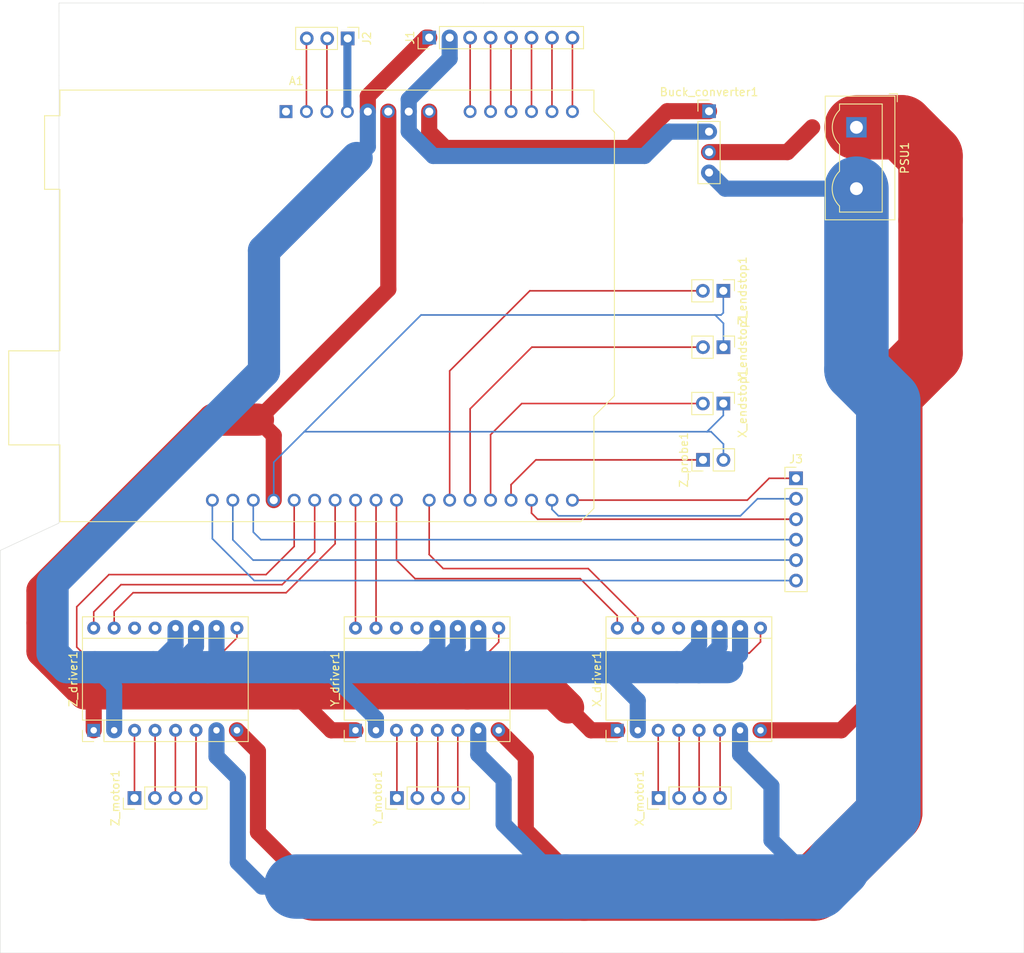
<source format=kicad_pcb>
(kicad_pcb (version 20241229) (generator "pcbnew") (generator_version "9.0")
  (layers (0 "F.Cu" signal) (2 "B.Cu" signal) (13 "F.Paste" user) (15 "B.Paste" user) (5 "F.SilkS" user "F.Silkscreen") (7 "B.SilkS" user "B.Silkscreen") (1 "F.Mask" user) (3 "B.Mask" user) (25 "Edge.Cuts" user))
  (net 0 "")
  (net 1 "Net-(A1-D7)")
  (net 2 "GND")
  (net 3 "Net-(A1-D12)")
  (net 4 "Enable")
  (net 5 "+5V")
  (net 6 "Net-(A1-D10)")
  (net 7 "Net-(A1-D6)")
  (net 8 "Net-(A1-D11)")
  (net 9 "Net-(A1-D5)")
  (net 10 "Net-(A1-D4)")
  (net 11 "Net-(A1-D3)")
  (net 12 "Net-(A1-D8)")
  (net 13 "Net-(A1-D9)")
  (net 15 "+24V")
  (net 16 "Net-(X_driver1-2B)")
  (net 18 "Net-(X_driver1-1B)")
  (net 19 "Net-(X_driver1-1A)")
  (net 21 "Net-(X_driver1-2A)")
  (net 24 "Net-(Y_driver1-1B)")
  (net 25 "Net-(Y_driver1-1A)")
  (net 26 "Net-(Y_driver1-2A)")
  (net 27 "Net-(Y_driver1-2B)")
  (net 28 "Net-(Z_driver1-2A)")
  (net 29 "Net-(Z_driver1-2B)")
  (net 31 "Net-(Z_driver1-1B)")
  (net 32 "Net-(Z_driver1-1A)")
  (net 34 "+9V")
  (net 35 "Net-(A1-D0{slash}RX)")
  (net 36 "Net-(J1-Pin_7)")
  (net 37 "Net-(A1-3V3)")
  (net 38 "Net-(A1-D1{slash}TX)")
  (net 39 "Net-(A1-A1)")
  (net 40 "Net-(A1-~{RESET})")
  (net 41 "Net-(J1-Pin_8)")
  (net 42 "Net-(A1-AREF)")
  (net 43 "Net-(A1-D2)")
  (net 44 "Net-(A1-A0)")
  (net 45 "Net-(A1-IOREF)")
  (net 46 "Net-(J3-Pin_6)")
  (net 47 "Net-(A1-A2)")
  (net 48 "Net-(J3-Pin_5)")
  (net 49 "Net-(A1-A3)")
  (footprint "Module:Pololu_Breakout-16_15.2x20.3mm" (layer "F.Cu") (at 124.11 124.34 90)
    (property "Reference" "Y_driver1" (at 6.35 -2.54 90) (layer "F.SilkS"))
    (property "Value" "Pololu_Breakout_A4988")
    (pad "1" thru_hole rect (at 0 0 90) (size 1.6 1.6) (drill 0.8) (layers "*.Cu" "*.Mask") (net 2 "GND"))
    (pad "2" thru_hole oval (at 0 2.54 90) (size 1.6 1.6) (drill 0.8) (layers "*.Cu" "*.Mask") (net 5 "+5V"))
    (pad "3" thru_hole oval (at 0 5.08 90) (size 1.6 1.6) (drill 0.8) (layers "*.Cu" "*.Mask") (net 24 "Net-(Y_driver1-1B)"))
    (pad "4" thru_hole oval (at 0 7.62 90) (size 1.6 1.6) (drill 0.8) (layers "*.Cu" "*.Mask") (net 25 "Net-(Y_driver1-1A)"))
    (pad "5" thru_hole oval (at 0 10.16 90) (size 1.6 1.6) (drill 0.8) (layers "*.Cu" "*.Mask") (net 26 "Net-(Y_driver1-2A)"))
    (pad "6" thru_hole oval (at 0 12.7 90) (size 1.6 1.6) (drill 0.8) (layers "*.Cu" "*.Mask") (net 27 "Net-(Y_driver1-2B)"))
    (pad "7" thru_hole oval (at 0 15.24 90) (size 1.6 1.6) (drill 0.8) (layers "*.Cu" "*.Mask") (net 2 "GND"))
    (pad "8" thru_hole oval (at 0 17.78 90) (size 1.6 1.6) (drill 0.8) (layers "*.Cu" "*.Mask") (net 15 "+24V"))
    (pad "9" thru_hole oval (at 12.7 17.78 90) (size 1.6 1.6) (drill 0.8) (layers "*.Cu" "*.Mask") (net 4 "Enable"))
    (pad "10" thru_hole oval (at 12.7 15.24 90) (size 1.6 1.6) (drill 0.8) (layers "*.Cu" "*.Mask") (net 5 "+5V"))
    (pad "11" thru_hole oval (at 12.7 12.7 90) (size 1.6 1.6) (drill 0.8) (layers "*.Cu" "*.Mask") (net 5 "+5V"))
    (pad "12" thru_hole oval (at 12.7 10.16 90) (size 1.6 1.6) (drill 0.8) (layers "*.Cu" "*.Mask") (net 5 "+5V"))
    (pad "13" thru_hole oval (at 12.7 7.62 90) (size 1.6 1.6) (drill 0.8) (layers "*.Cu" "*.Mask"))
    (pad "14" thru_hole oval (at 12.7 5.08 90) (size 1.6 1.6) (drill 0.8) (layers "*.Cu" "*.Mask"))
    (pad "15" thru_hole oval (at 12.7 2.54 90) (size 1.6 1.6) (drill 0.8) (layers "*.Cu" "*.Mask") (net 13 "Net-(A1-D9)"))
    (pad "16" thru_hole oval (at 12.7 0 90) (size 1.6 1.6) (drill 0.8) (layers "*.Cu" "*.Mask") (net 6 "Net-(A1-D10)"))
  )
  (footprint "Connector_PinHeader_2.54mm:PinHeader_1x04_P2.54mm_Vertical" (layer "F.Cu") (at 129.25 132.75 90)
    (property "Reference" "Y_motor1" (at 0 -2.38 90) (layer "F.SilkS"))
    (property "Value" "Conn_01x04")
    (pad "1" thru_hole rect (at 0 0 90) (size 1.7 1.7) (drill 1) (layers "*.Cu" "*.Mask") (net 24 "Net-(Y_driver1-1B)"))
    (pad "2" thru_hole circle (at 0 2.54 90) (size 1.7 1.7) (drill 1) (layers "*.Cu" "*.Mask") (net 25 "Net-(Y_driver1-1A)"))
    (pad "3" thru_hole circle (at 0 5.08 90) (size 1.7 1.7) (drill 1) (layers "*.Cu" "*.Mask") (net 26 "Net-(Y_driver1-2A)"))
    (pad "4" thru_hole circle (at 0 7.62 90) (size 1.7 1.7) (drill 1) (layers "*.Cu" "*.Mask") (net 27 "Net-(Y_driver1-2B)"))
  )
  (footprint "Module:Arduino_UNO_R3" (layer "F.Cu") (at 115.48 47.49)
    (property "Reference" "A1" (at 1.27 -3.81 180) (layer "F.SilkS"))
    (property "Value" "Arduino_UNO_R3")
    (pad "1" thru_hole rect (at 0 0 90) (size 1.6 1.6) (drill 1) (layers "*.Cu" "*.Mask"))
    (pad "2" thru_hole oval (at 2.54 0 90) (size 1.6 1.6) (drill 1) (layers "*.Cu" "*.Mask") (net 45 "Net-(A1-IOREF)"))
    (pad "3" thru_hole oval (at 5.08 0 90) (size 1.6 1.6) (drill 1) (layers "*.Cu" "*.Mask") (net 40 "Net-(A1-~{RESET})"))
    (pad "4" thru_hole oval (at 7.62 0 90) (size 1.6 1.6) (drill 1) (layers "*.Cu" "*.Mask") (net 37 "Net-(A1-3V3)"))
    (pad "5" thru_hole oval (at 10.16 0 90) (size 1.6 1.6) (drill 1) (layers "*.Cu" "*.Mask") (net 5 "+5V"))
    (pad "6" thru_hole oval (at 12.7 0 90) (size 1.6 1.6) (drill 1) (layers "*.Cu" "*.Mask") (net 2 "GND"))
    (pad "7" thru_hole oval (at 15.24 0 90) (size 1.6 1.6) (drill 1) (layers "*.Cu" "*.Mask") (net 2 "GND"))
    (pad "8" thru_hole oval (at 17.78 0 90) (size 1.6 1.6) (drill 1) (layers "*.Cu" "*.Mask") (net 34 "+9V"))
    (pad "9" thru_hole oval (at 22.86 0 90) (size 1.6 1.6) (drill 1) (layers "*.Cu" "*.Mask") (net 44 "Net-(A1-A0)"))
    (pad "10" thru_hole oval (at 25.4 0 90) (size 1.6 1.6) (drill 1) (layers "*.Cu" "*.Mask") (net 39 "Net-(A1-A1)"))
    (pad "11" thru_hole oval (at 27.94 0 90) (size 1.6 1.6) (drill 1) (layers "*.Cu" "*.Mask") (net 47 "Net-(A1-A2)"))
    (pad "12" thru_hole oval (at 30.48 0 90) (size 1.6 1.6) (drill 1) (layers "*.Cu" "*.Mask") (net 49 "Net-(A1-A3)"))
    (pad "13" thru_hole oval (at 33.02 0 90) (size 1.6 1.6) (drill 1) (layers "*.Cu" "*.Mask") (net 36 "Net-(J1-Pin_7)"))
    (pad "14" thru_hole oval (at 35.56 0 90) (size 1.6 1.6) (drill 1) (layers "*.Cu" "*.Mask") (net 41 "Net-(J1-Pin_8)"))
    (pad "15" thru_hole oval (at 35.56 48.26 90) (size 1.6 1.6) (drill 1) (layers "*.Cu" "*.Mask") (net 35 "Net-(A1-D0{slash}RX)"))
    (pad "16" thru_hole oval (at 33.02 48.26 90) (size 1.6 1.6) (drill 1) (layers "*.Cu" "*.Mask") (net 38 "Net-(A1-D1{slash}TX)"))
    (pad "17" thru_hole oval (at 30.48 48.26 90) (size 1.6 1.6) (drill 1) (layers "*.Cu" "*.Mask") (net 43 "Net-(A1-D2)"))
    (pad "18" thru_hole oval (at 27.94 48.26 90) (size 1.6 1.6) (drill 1) (layers "*.Cu" "*.Mask") (net 11 "Net-(A1-D3)"))
    (pad "19" thru_hole oval (at 25.4 48.26 90) (size 1.6 1.6) (drill 1) (layers "*.Cu" "*.Mask") (net 10 "Net-(A1-D4)"))
    (pad "20" thru_hole oval (at 22.86 48.26 90) (size 1.6 1.6) (drill 1) (layers "*.Cu" "*.Mask") (net 9 "Net-(A1-D5)"))
    (pad "21" thru_hole oval (at 20.32 48.26 90) (size 1.6 1.6) (drill 1) (layers "*.Cu" "*.Mask") (net 7 "Net-(A1-D6)"))
    (pad "22" thru_hole oval (at 17.78 48.26 90) (size 1.6 1.6) (drill 1) (layers "*.Cu" "*.Mask") (net 1 "Net-(A1-D7)"))
    (pad "23" thru_hole oval (at 13.72 48.26 90) (size 1.6 1.6) (drill 1) (layers "*.Cu" "*.Mask") (net 12 "Net-(A1-D8)"))
    (pad "24" thru_hole oval (at 11.18 48.26 90) (size 1.6 1.6) (drill 1) (layers "*.Cu" "*.Mask") (net 13 "Net-(A1-D9)"))
    (pad "25" thru_hole oval (at 8.64 48.26 90) (size 1.6 1.6) (drill 1) (layers "*.Cu" "*.Mask") (net 6 "Net-(A1-D10)"))
    (pad "26" thru_hole oval (at 6.1 48.26 90) (size 1.6 1.6) (drill 1) (layers "*.Cu" "*.Mask") (net 8 "Net-(A1-D11)"))
    (pad "27" thru_hole oval (at 3.56 48.26 90) (size 1.6 1.6) (drill 1) (layers "*.Cu" "*.Mask") (net 3 "Net-(A1-D12)"))
    (pad "28" thru_hole oval (at 1.02 48.26 90) (size 1.6 1.6) (drill 1) (layers "*.Cu" "*.Mask") (net 4 "Enable"))
    (pad "29" thru_hole oval (at -1.52 48.26 90) (size 1.6 1.6) (drill 1) (layers "*.Cu" "*.Mask") (net 2 "GND"))
    (pad "30" thru_hole oval (at -4.06 48.26 90) (size 1.6 1.6) (drill 1) (layers "*.Cu" "*.Mask") (net 42 "Net-(A1-AREF)"))
    (pad "31" thru_hole oval (at -6.6 48.26 90) (size 1.6 1.6) (drill 1) (layers "*.Cu" "*.Mask") (net 48 "Net-(J3-Pin_5)"))
    (pad "32" thru_hole oval (at -9.14 48.26 90) (size 1.6 1.6) (drill 1) (layers "*.Cu" "*.Mask") (net 46 "Net-(J3-Pin_6)"))
  )
  (footprint "Connector_PinHeader_2.54mm:PinHeader_1x04_P2.54mm_Vertical" (layer "F.Cu") (at 161.75 132.75 90)
    (property "Reference" "X_motor1" (at 0 -2.38 90) (layer "F.SilkS"))
    (property "Value" "Conn_01x04")
    (pad "1" thru_hole rect (at 0 0 90) (size 1.7 1.7) (drill 1) (layers "*.Cu" "*.Mask") (net 18 "Net-(X_driver1-1B)"))
    (pad "2" thru_hole circle (at 0 2.54 90) (size 1.7 1.7) (drill 1) (layers "*.Cu" "*.Mask") (net 19 "Net-(X_driver1-1A)"))
    (pad "3" thru_hole circle (at 0 5.08 90) (size 1.7 1.7) (drill 1) (layers "*.Cu" "*.Mask") (net 21 "Net-(X_driver1-2A)"))
    (pad "4" thru_hole circle (at 0 7.62 90) (size 1.7 1.7) (drill 1) (layers "*.Cu" "*.Mask") (net 16 "Net-(X_driver1-2B)"))
  )
  (footprint "Connector_PinHeader_2.54mm:PinHeader_1x02_P2.54mm_Vertical" (layer "F.Cu") (at 169.775 83.75 -90)
    (property "Reference" "X_endstop1" (at 0 -2.38 90) (layer "F.SilkS"))
    (property "Value" "Conn_01x02")
    (pad "1" thru_hole rect (at 0 0 270) (size 1.7 1.7) (drill 1) (layers "*.Cu" "*.Mask") (net 2 "GND"))
    (pad "2" thru_hole circle (at 0 2.54 270) (size 1.7 1.7) (drill 1) (layers "*.Cu" "*.Mask") (net 10 "Net-(A1-D4)"))
  )
  (footprint "Module:Pololu_Breakout-16_15.2x20.3mm" (layer "F.Cu") (at 156.61 124.34 90)
    (property "Reference" "X_driver1" (at 6.35 -2.54 90) (layer "F.SilkS"))
    (property "Value" "Pololu_Breakout_A4988")
    (pad "1" thru_hole rect (at 0 0 90) (size 1.6 1.6) (drill 0.8) (layers "*.Cu" "*.Mask") (net 2 "GND"))
    (pad "2" thru_hole oval (at 0 2.54 90) (size 1.6 1.6) (drill 0.8) (layers "*.Cu" "*.Mask") (net 5 "+5V"))
    (pad "3" thru_hole oval (at 0 5.08 90) (size 1.6 1.6) (drill 0.8) (layers "*.Cu" "*.Mask") (net 18 "Net-(X_driver1-1B)"))
    (pad "4" thru_hole oval (at 0 7.62 90) (size 1.6 1.6) (drill 0.8) (layers "*.Cu" "*.Mask") (net 19 "Net-(X_driver1-1A)"))
    (pad "5" thru_hole oval (at 0 10.16 90) (size 1.6 1.6) (drill 0.8) (layers "*.Cu" "*.Mask") (net 21 "Net-(X_driver1-2A)"))
    (pad "6" thru_hole oval (at 0 12.7 90) (size 1.6 1.6) (drill 0.8) (layers "*.Cu" "*.Mask") (net 16 "Net-(X_driver1-2B)"))
    (pad "7" thru_hole oval (at 0 15.24 90) (size 1.6 1.6) (drill 0.8) (layers "*.Cu" "*.Mask") (net 2 "GND"))
    (pad "8" thru_hole oval (at 0 17.78 90) (size 1.6 1.6) (drill 0.8) (layers "*.Cu" "*.Mask") (net 15 "+24V"))
    (pad "9" thru_hole oval (at 12.7 17.78 90) (size 1.6 1.6) (drill 0.8) (layers "*.Cu" "*.Mask") (net 4 "Enable"))
    (pad "10" thru_hole oval (at 12.7 15.24 90) (size 1.6 1.6) (drill 0.8) (layers "*.Cu" "*.Mask") (net 5 "+5V"))
    (pad "11" thru_hole oval (at 12.7 12.7 90) (size 1.6 1.6) (drill 0.8) (layers "*.Cu" "*.Mask") (net 5 "+5V"))
    (pad "12" thru_hole oval (at 12.7 10.16 90) (size 1.6 1.6) (drill 0.8) (layers "*.Cu" "*.Mask") (net 5 "+5V"))
    (pad "13" thru_hole oval (at 12.7 7.62 90) (size 1.6 1.6) (drill 0.8) (layers "*.Cu" "*.Mask"))
    (pad "14" thru_hole oval (at 12.7 5.08 90) (size 1.6 1.6) (drill 0.8) (layers "*.Cu" "*.Mask"))
    (pad "15" thru_hole oval (at 12.7 2.54 90) (size 1.6 1.6) (drill 0.8) (layers "*.Cu" "*.Mask") (net 1 "Net-(A1-D7)"))
    (pad "16" thru_hole oval (at 12.7 0 90) (size 1.6 1.6) (drill 0.8) (layers "*.Cu" "*.Mask") (net 12 "Net-(A1-D8)"))
  )
  (footprint "Connector_PinHeader_2.54mm:PinHeader_1x04_P2.54mm_Vertical" (layer "F.Cu") (at 168 47.44)
    (property "Reference" "Buck_converter1" (at 0 -2.38 0) (layer "F.SilkS"))
    (property "Value" "Conn_01x04")
    (pad "1" thru_hole rect (at 0 0) (size 1.7 1.7) (drill 1) (layers "*.Cu" "*.Mask") (net 34 "+9V"))
    (pad "2" thru_hole circle (at 0 2.54) (size 1.7 1.7) (drill 1) (layers "*.Cu" "*.Mask") (net 2 "GND"))
    (pad "3" thru_hole circle (at 0 5.08) (size 1.7 1.7) (drill 1) (layers "*.Cu" "*.Mask") (net 15 "+24V"))
    (pad "4" thru_hole circle (at 0 7.62) (size 1.7 1.7) (drill 1) (layers "*.Cu" "*.Mask") (net 2 "GND"))
  )
  (footprint "Connector_PinHeader_2.54mm:PinHeader_1x04_P2.54mm_Vertical" (layer "F.Cu") (at 96.67 132.75 90)
    (property "Reference" "Z_motor1" (at 0 -2.38 90) (layer "F.SilkS"))
    (property "Value" "Conn_01x04" (hide yes))
    (pad "1" thru_hole rect (at 0 0 90) (size 1.7 1.7) (drill 1) (layers "*.Cu" "*.Mask") (net 31 "Net-(Z_driver1-1B)"))
    (pad "2" thru_hole circle (at 0 2.54 90) (size 1.7 1.7) (drill 1) (layers "*.Cu" "*.Mask") (net 32 "Net-(Z_driver1-1A)"))
    (pad "3" thru_hole circle (at 0 5.08 90) (size 1.7 1.7) (drill 1) (layers "*.Cu" "*.Mask") (net 28 "Net-(Z_driver1-2A)"))
    (pad "4" thru_hole circle (at 0 7.62 90) (size 1.7 1.7) (drill 1) (layers "*.Cu" "*.Mask") (net 29 "Net-(Z_driver1-2B)"))
  )
  (footprint "Connector_PinHeader_2.54mm:PinHeader_1x08_P2.54mm_Vertical" (layer "F.Cu") (at 133.26 38.3 90)
    (property "Reference" "J1" (at 0 -2.38 90) (layer "F.SilkS"))
    (property "Value" "Conn_01x08")
    (pad "1" thru_hole rect (at 0 0 90) (size 1.7 1.7) (drill 1) (layers "*.Cu" "*.Mask") (net 5 "+5V"))
    (pad "2" thru_hole circle (at 0 2.54 90) (size 1.7 1.7) (drill 1) (layers "*.Cu" "*.Mask") (net 2 "GND"))
    (pad "3" thru_hole circle (at 0 5.08 90) (size 1.7 1.7) (drill 1) (layers "*.Cu" "*.Mask") (net 44 "Net-(A1-A0)"))
    (pad "4" thru_hole circle (at 0 7.62 90) (size 1.7 1.7) (drill 1) (layers "*.Cu" "*.Mask") (net 39 "Net-(A1-A1)"))
    (pad "5" thru_hole circle (at 0 10.16 90) (size 1.7 1.7) (drill 1) (layers "*.Cu" "*.Mask") (net 47 "Net-(A1-A2)"))
    (pad "6" thru_hole circle (at 0 12.7 90) (size 1.7 1.7) (drill 1) (layers "*.Cu" "*.Mask") (net 49 "Net-(A1-A3)"))
    (pad "7" thru_hole circle (at 0 15.24 90) (size 1.7 1.7) (drill 1) (layers "*.Cu" "*.Mask") (net 36 "Net-(J1-Pin_7)"))
    (pad "8" thru_hole circle (at 0 17.78 90) (size 1.7 1.7) (drill 1) (layers "*.Cu" "*.Mask") (net 41 "Net-(J1-Pin_8)"))
  )
  (footprint "Connector_PinHeader_2.54mm:PinHeader_1x02_P2.54mm_Vertical" (layer "F.Cu") (at 169.775 69.75 -90)
    (property "Reference" "Z_endstop1" (at 0 -2.38 90) (layer "F.SilkS"))
    (property "Value" "Conn_01x02")
    (pad "1" thru_hole rect (at 0 0 270) (size 1.7 1.7) (drill 1) (layers "*.Cu" "*.Mask") (net 2 "GND"))
    (pad "2" thru_hole circle (at 0 2.54 270) (size 1.7 1.7) (drill 1) (layers "*.Cu" "*.Mask") (net 7 "Net-(A1-D6)"))
  )
  (footprint "Connector_PinHeader_2.54mm:PinHeader_1x03_P2.54mm_Vertical" (layer "F.Cu") (at 123.14 38.4 -90)
    (property "Reference" "J2" (at 0 -2.38 90) (layer "F.SilkS"))
    (property "Value" "Conn_01x03")
    (pad "1" thru_hole rect (at 0 0 270) (size 1.7 1.7) (drill 1) (layers "*.Cu" "*.Mask") (net 37 "Net-(A1-3V3)"))
    (pad "2" thru_hole circle (at 0 2.54 270) (size 1.7 1.7) (drill 1) (layers "*.Cu" "*.Mask") (net 40 "Net-(A1-~{RESET})"))
    (pad "3" thru_hole circle (at 0 5.08 270) (size 1.7 1.7) (drill 1) (layers "*.Cu" "*.Mask") (net 45 "Net-(A1-IOREF)"))
  )
  (footprint "TerminalBlock_Wuerth:Wuerth_691311400102_P7.62mm" (layer "F.Cu") (at 186.3 49.44 -90)
    (property "Reference" "PSU1" (at 3.81 -6 90) (layer "F.SilkS"))
    (property "Value" "Conn_01x02")
    (pad "1" thru_hole rect (at 0 0 270) (size 2.54 2.54) (drill 1.6) (layers "*.Cu" "*.Mask") (net 15 "+24V"))
    (pad "2" thru_hole circle (at 7.62 0 270) (size 2.54 2.54) (drill 1.6) (layers "*.Cu" "*.Mask") (net 2 "GND"))
  )
  (footprint "Connector_PinHeader_2.54mm:PinHeader_1x06_P2.54mm_Vertical" (layer "F.Cu") (at 178.8 93.04)
    (property "Reference" "J3" (at 0 -2.38 0) (layer "F.SilkS"))
    (property "Value" "Conn_01x06")
    (pad "1" thru_hole rect (at 0 0) (size 1.7 1.7) (drill 1) (layers "*.Cu" "*.Mask") (net 35 "Net-(A1-D0{slash}RX)"))
    (pad "2" thru_hole circle (at 0 2.54) (size 1.7 1.7) (drill 1) (layers "*.Cu" "*.Mask") (net 38 "Net-(A1-D1{slash}TX)"))
    (pad "3" thru_hole circle (at 0 5.08) (size 1.7 1.7) (drill 1) (layers "*.Cu" "*.Mask") (net 43 "Net-(A1-D2)"))
    (pad "4" thru_hole circle (at 0 7.62) (size 1.7 1.7) (drill 1) (layers "*.Cu" "*.Mask") (net 42 "Net-(A1-AREF)"))
    (pad "5" thru_hole circle (at 0 10.16) (size 1.7 1.7) (drill 1) (layers "*.Cu" "*.Mask") (net 48 "Net-(J3-Pin_5)"))
    (pad "6" thru_hole circle (at 0 12.7) (size 1.7 1.7) (drill 1) (layers "*.Cu" "*.Mask") (net 46 "Net-(J3-Pin_6)"))
  )
  (footprint "Connector_PinHeader_2.54mm:PinHeader_1x02_P2.54mm_Vertical" (layer "F.Cu") (at 169.79 76.75 -90)
    (property "Reference" "Y_endstop1" (at 0 -2.38 90) (layer "F.SilkS"))
    (property "Value" "Conn_01x02")
    (pad "1" thru_hole rect (at 0 0 270) (size 1.7 1.7) (drill 1) (layers "*.Cu" "*.Mask") (net 2 "GND"))
    (pad "2" thru_hole circle (at 0 2.54 270) (size 1.7 1.7) (drill 1) (layers "*.Cu" "*.Mask") (net 9 "Net-(A1-D5)"))
  )
  (footprint "Module:Pololu_Breakout-16_15.2x20.3mm" (layer "F.Cu") (at 91.61 124.34 90)
    (property "Reference" "Z_driver1" (at 6.35 -2.54 90) (layer "F.SilkS"))
    (property "Value" "Pololu_Breakout_A4988" (hide yes))
    (pad "1" thru_hole rect (at 0 0 90) (size 1.6 1.6) (drill 0.8) (layers "*.Cu" "*.Mask") (net 2 "GND"))
    (pad "2" thru_hole oval (at 0 2.54 90) (size 1.6 1.6) (drill 0.8) (layers "*.Cu" "*.Mask") (net 5 "+5V"))
    (pad "3" thru_hole oval (at 0 5.08 90) (size 1.6 1.6) (drill 0.8) (layers "*.Cu" "*.Mask") (net 31 "Net-(Z_driver1-1B)"))
    (pad "4" thru_hole oval (at 0 7.62 90) (size 1.6 1.6) (drill 0.8) (layers "*.Cu" "*.Mask") (net 32 "Net-(Z_driver1-1A)"))
    (pad "5" thru_hole oval (at 0 10.16 90) (size 1.6 1.6) (drill 0.8) (layers "*.Cu" "*.Mask") (net 28 "Net-(Z_driver1-2A)"))
    (pad "6" thru_hole oval (at 0 12.7 90) (size 1.6 1.6) (drill 0.8) (layers "*.Cu" "*.Mask") (net 29 "Net-(Z_driver1-2B)"))
    (pad "7" thru_hole oval (at 0 15.24 90) (size 1.6 1.6) (drill 0.8) (layers "*.Cu" "*.Mask") (net 2 "GND"))
    (pad "8" thru_hole oval (at 0 17.78 90) (size 1.6 1.6) (drill 0.8) (layers "*.Cu" "*.Mask") (net 15 "+24V"))
    (pad "9" thru_hole oval (at 12.7 17.78 90) (size 1.6 1.6) (drill 0.8) (layers "*.Cu" "*.Mask") (net 4 "Enable"))
    (pad "10" thru_hole oval (at 12.7 15.24 90) (size 1.6 1.6) (drill 0.8) (layers "*.Cu" "*.Mask") (net 5 "+5V"))
    (pad "11" thru_hole oval (at 12.7 12.7 90) (size 1.6 1.6) (drill 0.8) (layers "*.Cu" "*.Mask") (net 5 "+5V"))
    (pad "12" thru_hole oval (at 12.7 10.16 90) (size 1.6 1.6) (drill 0.8) (layers "*.Cu" "*.Mask") (net 5 "+5V"))
    (pad "13" thru_hole oval (at 12.7 7.62 90) (size 1.6 1.6) (drill 0.8) (layers "*.Cu" "*.Mask"))
    (pad "14" thru_hole oval (at 12.7 5.08 90) (size 1.6 1.6) (drill 0.8) (layers "*.Cu" "*.Mask"))
    (pad "15" thru_hole oval (at 12.7 2.54 90) (size 1.6 1.6) (drill 0.8) (layers "*.Cu" "*.Mask") (net 8 "Net-(A1-D11)"))
    (pad "16" thru_hole oval (at 12.7 0 90) (size 1.6 1.6) (drill 0.8) (layers "*.Cu" "*.Mask") (net 3 "Net-(A1-D12)"))
  )
  (footprint "Connector_PinHeader_2.54mm:PinHeader_1x02_P2.54mm_Vertical" (layer "F.Cu") (at 167.25 90.75 90)
    (property "Reference" "Z_probe1" (at 0 -2.38 90) (layer "F.SilkS"))
    (property "Value" "Conn_01x02")
    (pad "1" thru_hole rect (at 0 0 90) (size 1.7 1.7) (drill 1) (layers "*.Cu" "*.Mask") (net 11 "Net-(A1-D3)"))
    (pad "2" thru_hole circle (at 0 2.54 90) (size 1.7 1.7) (drill 1) (layers "*.Cu" "*.Mask") (net 2 "GND"))
  )
  (gr_line (start 149.8 152) (end 80 152) (stroke (width 0.05)) (layer "Edge.Cuts"))
  (gr_line (start 207.1 43) (end 207.1 45.3) (stroke (width 0.05)) (layer "Edge.Cuts"))
  (gr_line (start 140 34) (end 87.3 34) (stroke (width 0.05)) (layer "Edge.Cuts"))
  (gr_line (start 87.3 35) (end 87.3 34) (stroke (width 0.05)) (layer "Edge.Cuts"))
  (gr_line (start 149.8 152) (end 207.1 152) (stroke (width 0.05)) (layer "Edge.Cuts"))
  (gr_line (start 207.1 35) (end 207.1 34) (stroke (width 0.05)) (layer "Edge.Cuts"))
  (gr_line (start 80 134) (end 80 152) (stroke (width 0.05)) (layer "Edge.Cuts"))
  (gr_line (start 87.3 44.7) (end 87.3 43) (stroke (width 0.05)) (layer "Edge.Cuts"))
  (gr_line (start 80 102) (end 80 134) (stroke (width 0.05)) (layer "Edge.Cuts"))
  (gr_line (start 87.3 43) (end 87.3 35) (stroke (width 0.05)) (layer "Edge.Cuts"))
  (gr_line (start 207.1 43) (end 207.1 35) (stroke (width 0.05)) (layer "Edge.Cuts"))
  (gr_line (start 140 34) (end 207.1 34) (stroke (width 0.05)) (layer "Edge.Cuts"))
  (gr_line (start 207.1 152) (end 207.1 45.3) (stroke (width 0.05)) (layer "Edge.Cuts"))
  (gr_line (start 87.3 44.7) (end 87.3 98.6) (stroke (width 0.05)) (layer "Edge.Cuts"))
  (gr_line (start 87.3 98.6) (end 80 102) (stroke (width 0.05)) (layer "Edge.Cuts"))
  (segment (start 153 104.25) (end 135 104.25) (width 0.2) (layer "F.Cu") (net 1))
  (segment (start 133.25 102.5) (end 133.26 102.49) (width 0.2) (layer "F.Cu") (net 1))
  (segment (start 159.15 110.4) (end 153 104.25) (width 0.2) (layer "F.Cu") (net 1))
  (segment (start 133.26 102.49) (end 133.26 95.75) (width 0.2) (layer "F.Cu") (net 1))
  (segment (start 159.15 111.64) (end 159.15 110.4) (width 0.2) (layer "F.Cu") (net 1))
  (segment (start 135 104.25) (end 133.25 102.5) (width 0.2) (layer "F.Cu") (net 1))
  (segment (start 106.5 85.75) (end 112 85.75) (width 4) (layer "F.Cu") (net 2))
  (segment (start 124.11 124.34) (end 121.09 124.34) (width 2) (layer "F.Cu") (net 2))
  (segment (start 150.5 121.5) (end 148.75 119.75) (width 4) (layer "F.Cu") (net 2))
  (segment (start 90.5 119.75) (end 86.5 115.75) (width 4) (layer "F.Cu") (net 2))
  (segment (start 85.25 111) (end 85.25 107) (width 4) (layer "F.Cu") (net 2))
  (segment (start 112 85.75) (end 113.96 87.71) (width 2) (layer "F.Cu") (net 2))
  (segment (start 85.25 107) (end 89.5 102.75) (width 4) (layer "F.Cu") (net 2))
  (segment (start 113.96 87.71) (end 113.96 95.75) (width 2) (layer "F.Cu") (net 2))
  (segment (start 85.25 114.5) (end 85.25 111) (width 4) (layer "F.Cu") (net 2))
  (segment (start 128.18 69.57) (end 128.18 47.49) (width 2) (layer "F.Cu") (net 2))
  (segment (start 153.34 124.34) (end 150.5 121.5) (width 2) (layer "F.Cu") (net 2))
  (segment (start 91.61 124.34) (end 91.61 120.86) (width 2) (layer "F.Cu") (net 2))
  (segment (start 89.5 102.75) (end 106.5 85.75) (width 4) (layer "F.Cu") (net 2))
  (segment (start 116.5 119.75) (end 90.5 119.75) (width 4) (layer "F.Cu") (net 2))
  (segment (start 156.61 124.34) (end 153.34 124.34) (width 2) (layer "F.Cu") (net 2))
  (segment (start 86.5 115.75) (end 85.25 114.5) (width 4) (layer "F.Cu") (net 2))
  (segment (start 121.09 124.34) (end 116.5 119.75) (width 2) (layer "F.Cu") (net 2))
  (segment (start 91.61 120.86) (end 90.5 119.75) (width 2) (layer "F.Cu") (net 2))
  (segment (start 112 85.75) (end 128.18 69.57) (width 2) (layer "F.Cu") (net 2))
  (segment (start 138 119.75) (end 116.5 119.75) (width 4) (layer "F.Cu") (net 2))
  (segment (start 148.75 119.75) (end 138 119.75) (width 4) (layer "F.Cu") (net 2))
  (segment (start 169.775 69.75) (end 169.775 72.475) (width 0.2) (layer "B.Cu") (net 2))
  (segment (start 139.35 127.35) (end 142.5 130.5) (width 2) (layer "B.Cu") (net 2))
  (segment (start 190.25 134.75) (end 184 141) (width 8) (layer "B.Cu") (net 2))
  (segment (start 130.72 45.98) (end 135.8 40.9) (width 2) (layer "B.Cu") (net 2))
  (segment (start 142.5 136) (end 150.25 143.75) (width 2) (layer "B.Cu") (net 2))
  (segment (start 184 141.25) (end 181.5 143.75) (width 8) (layer "B.Cu") (net 2))
  (segment (start 169.775 83.75) (end 169.775 85.225) (width 0.2) (layer "B.Cu") (net 2))
  (segment (start 186.3 57.06) (end 186.3 79.55) (width 8) (layer "B.Cu") (net 2))
  (segment (start 168.75 72.75) (end 132.25 72.75) (width 0.2) (layer "B.Cu") (net 2))
  (segment (start 117.75 87.25) (end 113.96 91.04) (width 0.2) (layer "B.Cu") (net 2))
  (segment (start 135.8 40.9) (end 135.8 38.3) (width 2) (layer "B.Cu") (net 2))
  (segment (start 169.79 76.75) (end 169.79 73.79) (width 0.2) (layer "B.Cu") (net 2))
  (segment (start 169.775 85.225) (end 168 87) (width 0.2) (layer "B.Cu") (net 2))
  (segment (start 175.75 131.25) (end 175.75 138) (width 2) (layer "B.Cu") (net 2))
  (segment (start 169.79 73.79) (end 168.75 72.75) (width 0.2) (layer "B.Cu") (net 2))
  (segment (start 171.85 124.34) (end 171.85 127.35) (width 2) (layer "B.Cu") (net 2))
  (segment (start 171.85 127.35) (end 175.75 131.25) (width 2) (layer "B.Cu") (net 2))
  (segment (start 150.25 143.75) (end 116.75 143.75) (width 8) (layer "B.Cu") (net 2))
  (segment (start 112.5 143.75) (end 116.75 143.75) (width 2) (layer "B.Cu") (net 2))
  (segment (start 170 57.06) (end 186.3 57.06) (width 2) (layer "B.Cu") (net 2))
  (segment (start 168 87) (end 167.75 87.25) (width 0.2) (layer "B.Cu") (net 2))
  (segment (start 163.02 49.98) (end 160 53) (width 2) (layer "B.Cu") (net 2))
  (segment (start 132.25 72.75) (end 117.75 87.25) (width 0.2) (layer "B.Cu") (net 2))
  (segment (start 160 53) (end 133.75 53) (width 2) (layer "B.Cu") (net 2))
  (segment (start 130.72 47.49) (end 130.72 45.98) (width 2) (layer "B.Cu") (net 2))
  (segment (start 175.75 138) (end 181.5 143.75) (width 2) (layer "B.Cu") (net 2))
  (segment (start 169.775 72.475) (end 169.5 72.75) (width 0.2) (layer "B.Cu") (net 2))
  (segment (start 169.79 88.79) (end 168.25 87.25) (width 0.2) (layer "B.Cu") (net 2))
  (segment (start 169.79 90.75) (end 169.79 88.79) (width 0.2) (layer "B.Cu") (net 2))
  (segment (start 167.75 87.25) (end 117.75 87.25) (width 0.2) (layer "B.Cu") (net 2))
  (segment (start 113.96 91.04) (end 113.96 95.75) (width 0.2) (layer "B.Cu") (net 2))
  (segment (start 169.5 72.75) (end 168.75 72.75) (width 0.2) (layer "B.Cu") (net 2))
  (segment (start 168 49.98) (end 163.02 49.98) (width 2) (layer "B.Cu") (net 2))
  (segment (start 177 143.75) (end 150.25 143.75) (width 8) (layer "B.Cu") (net 2))
  (segment (start 106.85 127.6) (end 109.5 130.25) (width 2) (layer "B.Cu") (net 2))
  (segment (start 106.85 124.34) (end 106.85 127.6) (width 2) (layer "B.Cu") (net 2))
  (segment (start 186.3 79.55) (end 190 83.25) (width 8) (layer "B.Cu") (net 2))
  (segment (start 130.72 49.97) (end 130.72 47.49) (width 2) (layer "B.Cu") (net 2))
  (segment (start 139.35 124.34) (end 139.35 127.35) (width 2) (layer "B.Cu") (net 2))
  (segment (start 190 83.25) (end 190.25 83.5) (width 8) (layer "B.Cu") (net 2))
  (segment (start 142.5 130.5) (end 142.5 136) (width 2) (layer "B.Cu") (net 2))
  (segment (start 190.25 83.5) (end 190.25 116.5) (width 8) (layer "B.Cu") (net 2))
  (segment (start 109.5 140.75) (end 112.5 143.75) (width 2) (layer "B.Cu") (net 2))
  (segment (start 170 57.06) (end 168 55.06) (width 2) (layer "B.Cu") (net 2))
  (segment (start 133.75 53) (end 130.72 49.97) (width 2) (layer "B.Cu") (net 2))
  (segment (start 181.5 143.75) (end 177 143.75) (width 8) (layer "B.Cu") (net 2))
  (segment (start 184 141) (end 184 141.25) (width 8) (layer "B.Cu") (net 2))
  (segment (start 190.25 116.5) (end 190.25 134.75) (width 8) (layer "B.Cu") (net 2))
  (segment (start 109.5 130.25) (end 109.5 140.75) (width 2) (layer "B.Cu") (net 2))
  (segment (start 168.25 87.25) (end 167.75 87.25) (width 0.2) (layer "B.Cu") (net 2))
  (segment (start 115 106.25) (end 95 106.25) (width 0.2) (layer "F.Cu") (net 3))
  (segment (start 119.04 102.21) (end 115 106.25) (width 0.2) (layer "F.Cu") (net 3))
  (segment (start 91.61 109.64) (end 91.61 111.64) (width 0.2) (layer "F.Cu") (net 3))
  (segment (start 95 106.25) (end 91.61 109.64) (width 0.2) (layer "F.Cu") (net 3))
  (segment (start 119.04 95.75) (end 119.04 102.21) (width 0.2) (layer "F.Cu") (net 3))
  (segment (start 116.5 101.5) (end 116.5 95.75) (width 0.2) (layer "F.Cu") (net 4))
  (segment (start 90.25 114.75) (end 89.5 114) (width 0.2) (layer "F.Cu") (net 4))
  (segment (start 109.39 111.64) (end 109.39 112.86) (width 0.2) (layer "F.Cu") (net 4))
  (segment (start 174.39 113.36) (end 173 114.75) (width 0.2) (layer "F.Cu") (net 4))
  (segment (start 113 105) (end 116.5 101.5) (width 0.2) (layer "F.Cu") (net 4))
  (segment (start 141.89 113.39) (end 140.53 114.75) (width 0.2) (layer "F.Cu") (net 4))
  (segment (start 89.5 114) (end 89.5 109) (width 0.2) (layer "F.Cu") (net 4))
  (segment (start 141.89 111.64) (end 141.89 113.39) (width 0.2) (layer "F.Cu") (net 4))
  (segment (start 173 114.75) (end 140.53 114.75) (width 0.2) (layer "F.Cu") (net 4))
  (segment (start 140.53 114.75) (end 107.5 114.75) (width 0.2) (layer "F.Cu") (net 4))
  (segment (start 107.5 114.75) (end 90.25 114.75) (width 0.2) (layer "F.Cu") (net 4))
  (segment (start 174.39 111.64) (end 174.39 113.36) (width 0.2) (layer "F.Cu") (net 4))
  (segment (start 89.5 109) (end 93.5 105) (width 0.2) (layer "F.Cu") (net 4))
  (segment (start 93.5 105) (end 113 105) (width 0.2) (layer "F.Cu") (net 4))
  (segment (start 109.39 112.86) (end 107.5 114.75) (width 0.2) (layer "F.Cu") (net 4))
  (segment (start 125.64 47.49) (end 125.64 45.56) (width 2) (layer "F.Cu") (net 5))
  (segment (start 132.9 38.3) (end 133.26 38.3) (width 2) (layer "F.Cu") (net 5))
  (segment (start 125.64 45.56) (end 132.9 38.3) (width 2) (layer "F.Cu") (net 5))
  (segment (start 134.27 111.64) (end 134.27 113.98) (width 2) (layer "B.Cu") (net 5))
  (segment (start 171.85 114.9) (end 170.25 116.5) (width 2) (layer "B.Cu") (net 5))
  (segment (start 94.15 118.9) (end 91.75 116.5) (width 2) (layer "B.Cu") (net 5))
  (segment (start 91.75 116.5) (end 99 116.5) (width 4) (layer "B.Cu") (net 5))
  (segment (start 125.64 47.49) (end 125.64 51.86) (width 2) (layer "B.Cu") (net 5))
  (segment (start 126.65 122.878) (end 120.272 116.5) (width 2) (layer "B.Cu") (net 5))
  (segment (start 166.77 111.64) (end 166.77 113.73) (width 2) (layer "B.Cu") (net 5))
  (segment (start 101.77 113.73) (end 99 116.5) (width 2) (layer "B.Cu") (net 5))
  (segment (start 159.15 124.34) (end 159.15 120.65) (width 2) (layer "B.Cu") (net 5))
  (segment (start 94.15 124.34) (end 94.15 118.9) (width 2) (layer "B.Cu") (net 5))
  (segment (start 104.31 111.64) (end 104.31 113.94) (width 2) (layer "B.Cu") (net 5))
  (segment (start 101.75 116.5) (end 105.75 116.5) (width 4) (layer "B.Cu") (net 5))
  (segment (start 169.31 113.94) (end 166.75 116.5) (width 2) (layer "B.Cu") (net 5))
  (segment (start 139.35 114.65) (end 137.5 116.5) (width 2) (layer "B.Cu") (net 5))
  (segment (start 120.272 116.5) (end 131.75 116.5) (width 4) (layer "B.Cu") (net 5))
  (segment (start 137.5 116.5) (end 155 116.5) (width 4) (layer "B.Cu") (net 5))
  (segment (start 112.75 79.75) (end 86.5 106) (width 4) (layer "B.Cu") (net 5))
  (segment (start 134.27 113.98) (end 131.75 116.5) (width 2) (layer "B.Cu") (net 5))
  (segment (start 155 116.5) (end 164 116.5) (width 4) (layer "B.Cu") (net 5))
  (segment (start 136.81 113.94) (end 134.25 116.5) (width 2) (layer "B.Cu") (net 5))
  (segment (start 159.15 120.65) (end 155 116.5) (width 2) (layer "B.Cu") (net 5))
  (segment (start 171.85 111.64) (end 171.85 114.9) (width 2) (layer "B.Cu") (net 5))
  (segment (start 131.75 116.5) (end 134.25 116.5) (width 4) (layer "B.Cu") (net 5))
  (segment (start 169.31 111.64) (end 169.31 113.94) (width 2) (layer "B.Cu") (net 5))
  (segment (start 112.75 64.75) (end 112.75 79.75) (width 4) (layer "B.Cu") (net 5))
  (segment (start 101.77 111.64) (end 101.77 113.73) (width 2) (layer "B.Cu") (net 5))
  (segment (start 166.77 113.73) (end 164 116.5) (width 2) (layer "B.Cu") (net 5))
  (segment (start 166.75 116.5) (end 170.25 116.5) (width 4) (layer "B.Cu") (net 5))
  (segment (start 125.64 51.86) (end 124.25 53.25) (width 2) (layer "B.Cu") (net 5))
  (segment (start 105.75 116.5) (end 120.272 116.5) (width 4) (layer "B.Cu") (net 5))
  (segment (start 126.65 124.34) (end 126.65 122.878) (width 2) (layer "B.Cu") (net 5))
  (segment (start 139.35 111.64) (end 139.35 114.65) (width 2) (layer "B.Cu") (net 5))
  (segment (start 104.31 113.94) (end 101.75 116.5) (width 2) (layer "B.Cu") (net 5))
  (segment (start 124.25 53.25) (end 112.75 64.75) (width 4) (layer "B.Cu") (net 5))
  (segment (start 164 116.5) (end 166.75 116.5) (width 4) (layer "B.Cu") (net 5))
  (segment (start 106.85 111.64) (end 106.85 115.4) (width 2) (layer "B.Cu") (net 5))
  (segment (start 99 116.5) (end 101.75 116.5) (width 4) (layer "B.Cu") (net 5))
  (segment (start 134.25 116.5) (end 137.5 116.5) (width 4) (layer "B.Cu") (net 5))
  (segment (start 86.5 106) (end 86.5 114.75) (width 4) (layer "B.Cu") (net 5))
  (segment (start 88.25 116.5) (end 91.75 116.5) (width 4) (layer "B.Cu") (net 5))
  (segment (start 86.5 114.75) (end 88.25 116.5) (width 4) (layer "B.Cu") (net 5))
  (segment (start 106.85 115.4) (end 105.75 116.5) (width 2) (layer "B.Cu") (net 5))
  (segment (start 136.81 111.64) (end 136.81 113.94) (width 2) (layer "B.Cu") (net 5))
  (segment (start 124.11 95.76) (end 124.12 95.75) (width 0.2) (layer "F.Cu") (net 6))
  (segment (start 124.11 111.64) (end 124.11 95.76) (width 0.2) (layer "F.Cu") (net 6))
  (segment (start 145.75 69.75) (end 135.8 79.7) (width 0.2) (layer "F.Cu") (net 7))
  (segment (start 135.8 79.7) (end 135.8 95.75) (width 0.2) (layer "F.Cu") (net 7))
  (segment (start 167.235 69.75) (end 145.75 69.75) (width 0.2) (layer "F.Cu") (net 7))
  (segment (start 96.5 107.25) (end 115.5 107.25) (width 0.2) (layer "F.Cu") (net 8))
  (segment (start 94.15 111.64) (end 94.15 109.6) (width 0.2) (layer "F.Cu") (net 8))
  (segment (start 94.15 109.6) (end 96.5 107.25) (width 0.2) (layer "F.Cu") (net 8))
  (segment (start 115.5 107.25) (end 121.58 101.17) (width 0.2) (layer "F.Cu") (net 8))
  (segment (start 121.58 101.17) (end 121.58 95.75) (width 0.2) (layer "F.Cu") (net 8))
  (segment (start 146 76.75) (end 138.34 84.41) (width 0.2) (layer "F.Cu") (net 9))
  (segment (start 138.34 95.75) (end 138.34 84.41) (width 0.2) (layer "F.Cu") (net 9))
  (segment (start 146 76.75) (end 167.25 76.75) (width 0.2) (layer "F.Cu") (net 9))
  (segment (start 144.75 83.75) (end 167.235 83.75) (width 0.2) (layer "F.Cu") (net 10))
  (segment (start 140.88 87.62) (end 144.75 83.75) (width 0.2) (layer "F.Cu") (net 10))
  (segment (start 140.88 95.75) (end 140.88 87.62) (width 0.2) (layer "F.Cu") (net 10))
  (segment (start 143.42 93.83) (end 146.5 90.75) (width 0.2) (layer "F.Cu") (net 11))
  (segment (start 146.5 90.75) (end 167.25 90.75) (width 0.2) (layer "F.Cu") (net 11))
  (segment (start 143.42 95.75) (end 143.42 93.83) (width 0.2) (layer "F.Cu") (net 11))
  (segment (start 129.2 103.2) (end 129.2 95.75) (width 0.2) (layer "F.Cu") (net 12))
  (segment (start 131.5 105.5) (end 129.2 103.2) (width 0.2) (layer "F.Cu") (net 12))
  (segment (start 152 105.5) (end 131.5 105.5) (width 0.2) (layer "F.Cu") (net 12))
  (segment (start 156.61 110.11) (end 152 105.5) (width 0.2) (layer "F.Cu") (net 12))
  (segment (start 156.61 111.64) (end 156.61 110.11) (width 0.2) (layer "F.Cu") (net 12))
  (segment (start 126.66 95.75) (end 126.66 111.63) (width 0.2) (layer "F.Cu") (net 13))
  (segment (start 126.66 111.63) (end 126.65 111.64) (width 0.2) (layer "F.Cu") (net 13))
  (segment (start 177.73 52.52) (end 168 52.52) (width 2) (layer "F.Cu") (net 15))
  (segment (start 181 144) (end 152.5 144) (width 8) (layer "F.Cu") (net 15))
  (segment (start 174.39 124.34) (end 184.41 124.34) (width 2) (layer "F.Cu") (net 15))
  (segment (start 141.89 124.34) (end 145.25 127.7) (width 2) (layer "F.Cu") (net 15))
  (segment (start 112 137) (end 119 144) (width 2) (layer "F.Cu") (net 15))
  (segment (start 109.39 124.34) (end 112 126.95) (width 2) (layer "F.Cu") (net 15))
  (segment (start 112 126.95) (end 112 137) (width 2) (layer "F.Cu") (net 15))
  (segment (start 180.81 49.44) (end 177.73 52.52) (width 2) (layer "F.Cu") (net 15))
  (segment (start 145.25 127.7) (end 145.25 136.75) (width 2) (layer "F.Cu") (net 15))
  (segment (start 195.5 77.5) (end 191.5 81.5) (width 8) (layer "F.Cu") (net 15))
  (segment (start 190.5 82.5) (end 190.5 96) (width 8) (layer "F.Cu") (net 15))
  (segment (start 190.5 96) (end 190.5 118.25) (width 8) (layer "F.Cu") (net 15))
  (segment (start 190.5 134.5) (end 181 144) (width 8) (layer "F.Cu") (net 15))
  (segment (start 152.5 144) (end 119 144) (width 8) (layer "F.Cu") (net 15))
  (segment (start 194.75 52.25) (end 195.5 53) (width 8) (layer "F.Cu") (net 15))
  (segment (start 190.5 118.25) (end 190.5 134.5) (width 8) (layer "F.Cu") (net 15))
  (segment (start 195.5 61) (end 195.5 77.5) (width 8) (layer "F.Cu") (net 15))
  (segment (start 191.94 49.44) (end 194.75 52.25) (width 8) (layer "F.Cu") (net 15))
  (segment (start 184.41 124.34) (end 190.5 118.25) (width 2) (layer "F.Cu") (net 15))
  (segment (start 186.3 49.44) (end 191.94 49.44) (width 8) (layer "F.Cu") (net 15))
  (segment (start 195.5 53) (end 195.5 61) (width 8) (layer "F.Cu") (net 15))
  (segment (start 145.25 136.75) (end 152.5 144) (width 2) (layer "F.Cu") (net 15))
  (segment (start 191.5 81.5) (end 190.5 82.5) (width 8) (layer "F.Cu") (net 15))
  (segment (start 169.37 132.75) (end 169.37 124.4) (width 0.2) (layer "F.Cu") (net 16))
  (segment (start 169.37 124.4) (end 169.31 124.34) (width 0.2) (layer "F.Cu") (net 16))
  (segment (start 161.69 124.34) (end 161.69 132.69) (width 0.2) (layer "F.Cu") (net 18))
  (segment (start 161.69 132.69) (end 161.75 132.75) (width 0.2) (layer "F.Cu") (net 18))
  (segment (start 164.29 124.4) (end 164.23 124.34) (width 0.2) (layer "F.Cu") (net 19))
  (segment (start 164.29 132.75) (end 164.29 124.4) (width 0.2) (layer "F.Cu") (net 19))
  (segment (start 166.77 132.69) (end 166.83 132.75) (width 0.2) (layer "F.Cu") (net 21))
  (segment (start 166.77 124.34) (end 166.77 132.69) (width 0.2) (layer "F.Cu") (net 21))
  (segment (start 129.25 132.75) (end 129.25 124.4) (width 0.2) (layer "F.Cu") (net 24))
  (segment (start 129.25 124.4) (end 129.19 124.34) (width 0.2) (layer "F.Cu") (net 24))
  (segment (start 131.73 132.69) (end 131.79 132.75) (width 0.2) (layer "F.Cu") (net 25))
  (segment (start 131.73 124.34) (end 131.73 132.69) (width 0.2) (layer "F.Cu") (net 25))
  (segment (start 134.33 132.75) (end 134.33 124.4) (width 0.2) (layer "F.Cu") (net 26))
  (segment (start 134.33 124.4) (end 134.27 124.34) (width 0.2) (layer "F.Cu") (net 26))
  (segment (start 136.81 132.69) (end 136.87 132.75) (width 0.2) (layer "F.Cu") (net 27))
  (segment (start 136.81 124.34) (end 136.81 132.69) (width 0.2) (layer "F.Cu") (net 27))
  (segment (start 101.75 132.75) (end 101.75 124.36) (width 0.2) (layer "F.Cu") (net 28))
  (segment (start 101.75 124.36) (end 101.77 124.34) (width 0.2) (layer "F.Cu") (net 28))
  (segment (start 104.31 132.73) (end 104.29 132.75) (width 0.2) (layer "F.Cu") (net 29))
  (segment (start 104.31 124.34) (end 104.31 132.73) (width 0.2) (layer "F.Cu") (net 29))
  (segment (start 96.67 132.75) (end 96.67 124.36) (width 0.2) (layer "F.Cu") (net 31))
  (segment (start 96.67 124.36) (end 96.69 124.34) (width 0.2) (layer "F.Cu") (net 31))
  (segment (start 99.23 124.34) (end 99.23 132.73) (width 0.2) (layer "F.Cu") (net 32))
  (segment (start 99.23 132.73) (end 99.21 132.75) (width 0.2) (layer "F.Cu") (net 32))
  (segment (start 135.25 52) (end 133.26 50.01) (width 2) (layer "F.Cu") (net 34))
  (segment (start 162.81 47.44) (end 158.25 52) (width 2) (layer "F.Cu") (net 34))
  (segment (start 158.25 52) (end 135.25 52) (width 2) (layer "F.Cu") (net 34))
  (segment (start 133.26 50.01) (end 133.26 47.49) (width 2) (layer "F.Cu") (net 34))
  (segment (start 168 47.44) (end 162.81 47.44) (width 2) (layer "F.Cu") (net 34))
  (segment (start 151.04 95.75) (end 172.75 95.75) (width 0.2) (layer "F.Cu") (net 35))
  (segment (start 175.46 93.04) (end 174.6 93.9) (width 0.2) (layer "F.Cu") (net 35))
  (segment (start 178.8 93.04) (end 175.46 93.04) (width 0.2) (layer "F.Cu") (net 35))
  (segment (start 174.6 93.9) (end 172.75 95.75) (width 0.2) (layer "F.Cu") (net 35))
  (segment (start 148.5 38.3) (end 148.5 47.49) (width 0.2) (layer "F.Cu") (net 36))
  (segment (start 123.1 47.49) (end 123.1 38.44) (width 1) (layer "B.Cu") (net 37))
  (segment (start 123.1 38.44) (end 123.14 38.4) (width 1) (layer "B.Cu") (net 37))
  (segment (start 148.5 96.9) (end 149.3 97.7) (width 0.2) (layer "B.Cu") (net 38))
  (segment (start 171.9 97.7) (end 174.02 95.58) (width 0.2) (layer "B.Cu") (net 38))
  (segment (start 174.02 95.58) (end 178.8 95.58) (width 0.2) (layer "B.Cu") (net 38))
  (segment (start 149.3 97.7) (end 171.9 97.7) (width 0.2) (layer "B.Cu") (net 38))
  (segment (start 148.5 95.75) (end 148.5 96.9) (width 0.2) (layer "B.Cu") (net 38))
  (segment (start 140.88 47.49) (end 140.88 38.3) (width 0.2) (layer "F.Cu") (net 39))
  (segment (start 120.56 38.44) (end 120.6 38.4) (width 0.2) (layer "F.Cu") (net 40))
  (segment (start 120.56 47.49) (end 120.56 38.44) (width 0.2) (layer "F.Cu") (net 40))
  (segment (start 151.04 47.49) (end 151.04 38.3) (width 0.2) (layer "F.Cu") (net 41))
  (segment (start 111.42 95.75) (end 111.42 99.72) (width 0.2) (layer "B.Cu") (net 42))
  (segment (start 178.8 100.66) (end 112.36 100.66) (width 0.2) (layer "B.Cu") (net 42))
  (segment (start 112.36 100.66) (end 111.42 99.72) (width 0.2) (layer "B.Cu") (net 42))
  (segment (start 178.8 98.12) (end 146.72 98.12) (width 0.2) (layer "F.Cu") (net 43))
  (segment (start 145.96 97.36) (end 145.96 95.75) (width 0.2) (layer "F.Cu") (net 43))
  (segment (start 146.72 98.12) (end 145.96 97.36) (width 0.2) (layer "F.Cu") (net 43))
  (segment (start 138.34 47.49) (end 138.34 38.3) (width 0.2) (layer "F.Cu") (net 44))
  (segment (start 118.02 47.49) (end 118.02 38.44) (width 0.2) (layer "F.Cu") (net 45))
  (segment (start 118.02 38.44) (end 118.06 38.4) (width 0.2) (layer "F.Cu") (net 45))
  (segment (start 106.34 100.54) (end 107.7 101.9) (width 0.2) (layer "B.Cu") (net 46))
  (segment (start 106.34 95.75) (end 106.34 100.54) (width 0.2) (layer "B.Cu") (net 46))
  (segment (start 107.7 101.9) (end 111.54 105.74) (width 0.2) (layer "B.Cu") (net 46))
  (segment (start 178.8 105.74) (end 111.54 105.74) (width 0.2) (layer "B.Cu") (net 46))
  (segment (start 143.42 38.3) (end 143.42 47.49) (width 0.2) (layer "F.Cu") (net 47))
  (segment (start 178.8 103.2) (end 111.4 103.2) (width 0.2) (layer "B.Cu") (net 48))
  (segment (start 108.88 95.75) (end 108.88 100.68) (width 0.2) (layer "B.Cu") (net 48))
  (segment (start 108.88 100.68) (end 111.4 103.2) (width 0.2) (layer "B.Cu") (net 48))
  (segment (start 145.96 47.49) (end 145.96 38.3) (width 0.2) (layer "F.Cu") (net 49))
)
</source>
